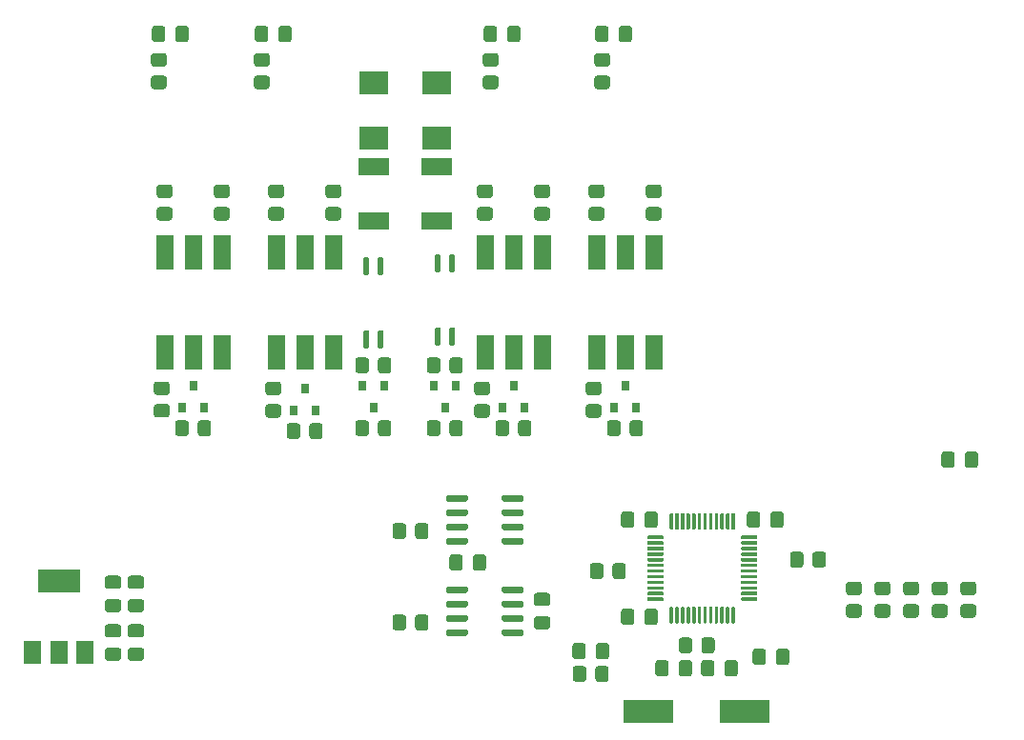
<source format=gbr>
%TF.GenerationSoftware,KiCad,Pcbnew,5.1.10-88a1d61d58~90~ubuntu20.04.1*%
%TF.CreationDate,2021-10-13T16:19:26+02:00*%
%TF.ProjectId,XT_V1,58545f56-312e-46b6-9963-61645f706362,rev?*%
%TF.SameCoordinates,Original*%
%TF.FileFunction,Paste,Top*%
%TF.FilePolarity,Positive*%
%FSLAX46Y46*%
G04 Gerber Fmt 4.6, Leading zero omitted, Abs format (unit mm)*
G04 Created by KiCad (PCBNEW 5.1.10-88a1d61d58~90~ubuntu20.04.1) date 2021-10-13 16:19:26*
%MOMM*%
%LPD*%
G01*
G04 APERTURE LIST*
%ADD10R,2.600000X2.100000*%
%ADD11R,1.600000X3.100000*%
%ADD12R,0.800000X0.900000*%
%ADD13R,2.700000X1.500000*%
%ADD14R,4.500000X2.000000*%
%ADD15R,1.500000X2.000000*%
%ADD16R,3.800000X2.000000*%
G04 APERTURE END LIST*
D10*
%TO.C,R34*%
X137414000Y-81608000D03*
X137414000Y-76708000D03*
%TD*%
%TO.C,R33*%
X131826000Y-81608000D03*
X131826000Y-76708000D03*
%TD*%
D11*
%TO.C,U10*%
X151638000Y-91821000D03*
X156718000Y-100711000D03*
X154178000Y-91821000D03*
X154178000Y-100711000D03*
X156718000Y-91821000D03*
X151638000Y-100711000D03*
%TD*%
%TO.C,U9*%
X141732000Y-91821000D03*
X146812000Y-100711000D03*
X144272000Y-91821000D03*
X144272000Y-100711000D03*
X146812000Y-91821000D03*
X141732000Y-100711000D03*
%TD*%
%TO.C,U8*%
G36*
G01*
X138673500Y-98462000D02*
X138948500Y-98462000D01*
G75*
G02*
X139086000Y-98599500I0J-137500D01*
G01*
X139086000Y-99924500D01*
G75*
G02*
X138948500Y-100062000I-137500J0D01*
G01*
X138673500Y-100062000D01*
G75*
G02*
X138536000Y-99924500I0J137500D01*
G01*
X138536000Y-98599500D01*
G75*
G02*
X138673500Y-98462000I137500J0D01*
G01*
G37*
G36*
G01*
X137403500Y-98462000D02*
X137678500Y-98462000D01*
G75*
G02*
X137816000Y-98599500I0J-137500D01*
G01*
X137816000Y-99924500D01*
G75*
G02*
X137678500Y-100062000I-137500J0D01*
G01*
X137403500Y-100062000D01*
G75*
G02*
X137266000Y-99924500I0J137500D01*
G01*
X137266000Y-98599500D01*
G75*
G02*
X137403500Y-98462000I137500J0D01*
G01*
G37*
G36*
G01*
X137403500Y-91962000D02*
X137678500Y-91962000D01*
G75*
G02*
X137816000Y-92099500I0J-137500D01*
G01*
X137816000Y-93424500D01*
G75*
G02*
X137678500Y-93562000I-137500J0D01*
G01*
X137403500Y-93562000D01*
G75*
G02*
X137266000Y-93424500I0J137500D01*
G01*
X137266000Y-92099500D01*
G75*
G02*
X137403500Y-91962000I137500J0D01*
G01*
G37*
G36*
G01*
X138673500Y-91962000D02*
X138948500Y-91962000D01*
G75*
G02*
X139086000Y-92099500I0J-137500D01*
G01*
X139086000Y-93424500D01*
G75*
G02*
X138948500Y-93562000I-137500J0D01*
G01*
X138673500Y-93562000D01*
G75*
G02*
X138536000Y-93424500I0J137500D01*
G01*
X138536000Y-92099500D01*
G75*
G02*
X138673500Y-91962000I137500J0D01*
G01*
G37*
%TD*%
%TO.C,U7*%
X123190000Y-91821000D03*
X128270000Y-100711000D03*
X125730000Y-91821000D03*
X125730000Y-100711000D03*
X128270000Y-91821000D03*
X123190000Y-100711000D03*
%TD*%
%TO.C,U6*%
G36*
G01*
X132323500Y-98716000D02*
X132598500Y-98716000D01*
G75*
G02*
X132736000Y-98853500I0J-137500D01*
G01*
X132736000Y-100178500D01*
G75*
G02*
X132598500Y-100316000I-137500J0D01*
G01*
X132323500Y-100316000D01*
G75*
G02*
X132186000Y-100178500I0J137500D01*
G01*
X132186000Y-98853500D01*
G75*
G02*
X132323500Y-98716000I137500J0D01*
G01*
G37*
G36*
G01*
X131053500Y-98716000D02*
X131328500Y-98716000D01*
G75*
G02*
X131466000Y-98853500I0J-137500D01*
G01*
X131466000Y-100178500D01*
G75*
G02*
X131328500Y-100316000I-137500J0D01*
G01*
X131053500Y-100316000D01*
G75*
G02*
X130916000Y-100178500I0J137500D01*
G01*
X130916000Y-98853500D01*
G75*
G02*
X131053500Y-98716000I137500J0D01*
G01*
G37*
G36*
G01*
X131053500Y-92216000D02*
X131328500Y-92216000D01*
G75*
G02*
X131466000Y-92353500I0J-137500D01*
G01*
X131466000Y-93678500D01*
G75*
G02*
X131328500Y-93816000I-137500J0D01*
G01*
X131053500Y-93816000D01*
G75*
G02*
X130916000Y-93678500I0J137500D01*
G01*
X130916000Y-92353500D01*
G75*
G02*
X131053500Y-92216000I137500J0D01*
G01*
G37*
G36*
G01*
X132323500Y-92216000D02*
X132598500Y-92216000D01*
G75*
G02*
X132736000Y-92353500I0J-137500D01*
G01*
X132736000Y-93678500D01*
G75*
G02*
X132598500Y-93816000I-137500J0D01*
G01*
X132323500Y-93816000D01*
G75*
G02*
X132186000Y-93678500I0J137500D01*
G01*
X132186000Y-92353500D01*
G75*
G02*
X132323500Y-92216000I137500J0D01*
G01*
G37*
%TD*%
%TO.C,U5*%
X113284000Y-91821000D03*
X118364000Y-100711000D03*
X115824000Y-91821000D03*
X115824000Y-100711000D03*
X118364000Y-91821000D03*
X113284000Y-100711000D03*
%TD*%
%TO.C,R37*%
G36*
G01*
X152596001Y-75292000D02*
X151695999Y-75292000D01*
G75*
G02*
X151446000Y-75042001I0J249999D01*
G01*
X151446000Y-74341999D01*
G75*
G02*
X151695999Y-74092000I249999J0D01*
G01*
X152596001Y-74092000D01*
G75*
G02*
X152846000Y-74341999I0J-249999D01*
G01*
X152846000Y-75042001D01*
G75*
G02*
X152596001Y-75292000I-249999J0D01*
G01*
G37*
G36*
G01*
X152596001Y-77292000D02*
X151695999Y-77292000D01*
G75*
G02*
X151446000Y-77042001I0J249999D01*
G01*
X151446000Y-76341999D01*
G75*
G02*
X151695999Y-76092000I249999J0D01*
G01*
X152596001Y-76092000D01*
G75*
G02*
X152846000Y-76341999I0J-249999D01*
G01*
X152846000Y-77042001D01*
G75*
G02*
X152596001Y-77292000I-249999J0D01*
G01*
G37*
%TD*%
%TO.C,R36*%
G36*
G01*
X142690001Y-75292000D02*
X141789999Y-75292000D01*
G75*
G02*
X141540000Y-75042001I0J249999D01*
G01*
X141540000Y-74341999D01*
G75*
G02*
X141789999Y-74092000I249999J0D01*
G01*
X142690001Y-74092000D01*
G75*
G02*
X142940000Y-74341999I0J-249999D01*
G01*
X142940000Y-75042001D01*
G75*
G02*
X142690001Y-75292000I-249999J0D01*
G01*
G37*
G36*
G01*
X142690001Y-77292000D02*
X141789999Y-77292000D01*
G75*
G02*
X141540000Y-77042001I0J249999D01*
G01*
X141540000Y-76341999D01*
G75*
G02*
X141789999Y-76092000I249999J0D01*
G01*
X142690001Y-76092000D01*
G75*
G02*
X142940000Y-76341999I0J-249999D01*
G01*
X142940000Y-77042001D01*
G75*
G02*
X142690001Y-77292000I-249999J0D01*
G01*
G37*
%TD*%
%TO.C,R35*%
G36*
G01*
X122370001Y-75292000D02*
X121469999Y-75292000D01*
G75*
G02*
X121220000Y-75042001I0J249999D01*
G01*
X121220000Y-74341999D01*
G75*
G02*
X121469999Y-74092000I249999J0D01*
G01*
X122370001Y-74092000D01*
G75*
G02*
X122620000Y-74341999I0J-249999D01*
G01*
X122620000Y-75042001D01*
G75*
G02*
X122370001Y-75292000I-249999J0D01*
G01*
G37*
G36*
G01*
X122370001Y-77292000D02*
X121469999Y-77292000D01*
G75*
G02*
X121220000Y-77042001I0J249999D01*
G01*
X121220000Y-76341999D01*
G75*
G02*
X121469999Y-76092000I249999J0D01*
G01*
X122370001Y-76092000D01*
G75*
G02*
X122620000Y-76341999I0J-249999D01*
G01*
X122620000Y-77042001D01*
G75*
G02*
X122370001Y-77292000I-249999J0D01*
G01*
G37*
%TD*%
%TO.C,R32*%
G36*
G01*
X156267999Y-87776000D02*
X157168001Y-87776000D01*
G75*
G02*
X157418000Y-88025999I0J-249999D01*
G01*
X157418000Y-88726001D01*
G75*
G02*
X157168001Y-88976000I-249999J0D01*
G01*
X156267999Y-88976000D01*
G75*
G02*
X156018000Y-88726001I0J249999D01*
G01*
X156018000Y-88025999D01*
G75*
G02*
X156267999Y-87776000I249999J0D01*
G01*
G37*
G36*
G01*
X156267999Y-85776000D02*
X157168001Y-85776000D01*
G75*
G02*
X157418000Y-86025999I0J-249999D01*
G01*
X157418000Y-86726001D01*
G75*
G02*
X157168001Y-86976000I-249999J0D01*
G01*
X156267999Y-86976000D01*
G75*
G02*
X156018000Y-86726001I0J249999D01*
G01*
X156018000Y-86025999D01*
G75*
G02*
X156267999Y-85776000I249999J0D01*
G01*
G37*
%TD*%
%TO.C,R31*%
G36*
G01*
X146361999Y-87776000D02*
X147262001Y-87776000D01*
G75*
G02*
X147512000Y-88025999I0J-249999D01*
G01*
X147512000Y-88726001D01*
G75*
G02*
X147262001Y-88976000I-249999J0D01*
G01*
X146361999Y-88976000D01*
G75*
G02*
X146112000Y-88726001I0J249999D01*
G01*
X146112000Y-88025999D01*
G75*
G02*
X146361999Y-87776000I249999J0D01*
G01*
G37*
G36*
G01*
X146361999Y-85776000D02*
X147262001Y-85776000D01*
G75*
G02*
X147512000Y-86025999I0J-249999D01*
G01*
X147512000Y-86726001D01*
G75*
G02*
X147262001Y-86976000I-249999J0D01*
G01*
X146361999Y-86976000D01*
G75*
G02*
X146112000Y-86726001I0J249999D01*
G01*
X146112000Y-86025999D01*
G75*
G02*
X146361999Y-85776000I249999J0D01*
G01*
G37*
%TD*%
%TO.C,R30*%
G36*
G01*
X127819999Y-87776000D02*
X128720001Y-87776000D01*
G75*
G02*
X128970000Y-88025999I0J-249999D01*
G01*
X128970000Y-88726001D01*
G75*
G02*
X128720001Y-88976000I-249999J0D01*
G01*
X127819999Y-88976000D01*
G75*
G02*
X127570000Y-88726001I0J249999D01*
G01*
X127570000Y-88025999D01*
G75*
G02*
X127819999Y-87776000I249999J0D01*
G01*
G37*
G36*
G01*
X127819999Y-85776000D02*
X128720001Y-85776000D01*
G75*
G02*
X128970000Y-86025999I0J-249999D01*
G01*
X128970000Y-86726001D01*
G75*
G02*
X128720001Y-86976000I-249999J0D01*
G01*
X127819999Y-86976000D01*
G75*
G02*
X127570000Y-86726001I0J249999D01*
G01*
X127570000Y-86025999D01*
G75*
G02*
X127819999Y-85776000I249999J0D01*
G01*
G37*
%TD*%
%TO.C,R29*%
G36*
G01*
X113226001Y-75292000D02*
X112325999Y-75292000D01*
G75*
G02*
X112076000Y-75042001I0J249999D01*
G01*
X112076000Y-74341999D01*
G75*
G02*
X112325999Y-74092000I249999J0D01*
G01*
X113226001Y-74092000D01*
G75*
G02*
X113476000Y-74341999I0J-249999D01*
G01*
X113476000Y-75042001D01*
G75*
G02*
X113226001Y-75292000I-249999J0D01*
G01*
G37*
G36*
G01*
X113226001Y-77292000D02*
X112325999Y-77292000D01*
G75*
G02*
X112076000Y-77042001I0J249999D01*
G01*
X112076000Y-76341999D01*
G75*
G02*
X112325999Y-76092000I249999J0D01*
G01*
X113226001Y-76092000D01*
G75*
G02*
X113476000Y-76341999I0J-249999D01*
G01*
X113476000Y-77042001D01*
G75*
G02*
X113226001Y-77292000I-249999J0D01*
G01*
G37*
%TD*%
%TO.C,R28*%
G36*
G01*
X151187999Y-87776000D02*
X152088001Y-87776000D01*
G75*
G02*
X152338000Y-88025999I0J-249999D01*
G01*
X152338000Y-88726001D01*
G75*
G02*
X152088001Y-88976000I-249999J0D01*
G01*
X151187999Y-88976000D01*
G75*
G02*
X150938000Y-88726001I0J249999D01*
G01*
X150938000Y-88025999D01*
G75*
G02*
X151187999Y-87776000I249999J0D01*
G01*
G37*
G36*
G01*
X151187999Y-85776000D02*
X152088001Y-85776000D01*
G75*
G02*
X152338000Y-86025999I0J-249999D01*
G01*
X152338000Y-86726001D01*
G75*
G02*
X152088001Y-86976000I-249999J0D01*
G01*
X151187999Y-86976000D01*
G75*
G02*
X150938000Y-86726001I0J249999D01*
G01*
X150938000Y-86025999D01*
G75*
G02*
X151187999Y-85776000I249999J0D01*
G01*
G37*
%TD*%
%TO.C,R27*%
G36*
G01*
X141281999Y-87776000D02*
X142182001Y-87776000D01*
G75*
G02*
X142432000Y-88025999I0J-249999D01*
G01*
X142432000Y-88726001D01*
G75*
G02*
X142182001Y-88976000I-249999J0D01*
G01*
X141281999Y-88976000D01*
G75*
G02*
X141032000Y-88726001I0J249999D01*
G01*
X141032000Y-88025999D01*
G75*
G02*
X141281999Y-87776000I249999J0D01*
G01*
G37*
G36*
G01*
X141281999Y-85776000D02*
X142182001Y-85776000D01*
G75*
G02*
X142432000Y-86025999I0J-249999D01*
G01*
X142432000Y-86726001D01*
G75*
G02*
X142182001Y-86976000I-249999J0D01*
G01*
X141281999Y-86976000D01*
G75*
G02*
X141032000Y-86726001I0J249999D01*
G01*
X141032000Y-86025999D01*
G75*
G02*
X141281999Y-85776000I249999J0D01*
G01*
G37*
%TD*%
%TO.C,R26*%
G36*
G01*
X122739999Y-87776000D02*
X123640001Y-87776000D01*
G75*
G02*
X123890000Y-88025999I0J-249999D01*
G01*
X123890000Y-88726001D01*
G75*
G02*
X123640001Y-88976000I-249999J0D01*
G01*
X122739999Y-88976000D01*
G75*
G02*
X122490000Y-88726001I0J249999D01*
G01*
X122490000Y-88025999D01*
G75*
G02*
X122739999Y-87776000I249999J0D01*
G01*
G37*
G36*
G01*
X122739999Y-85776000D02*
X123640001Y-85776000D01*
G75*
G02*
X123890000Y-86025999I0J-249999D01*
G01*
X123890000Y-86726001D01*
G75*
G02*
X123640001Y-86976000I-249999J0D01*
G01*
X122739999Y-86976000D01*
G75*
G02*
X122490000Y-86726001I0J249999D01*
G01*
X122490000Y-86025999D01*
G75*
G02*
X122739999Y-85776000I249999J0D01*
G01*
G37*
%TD*%
%TO.C,R25*%
G36*
G01*
X117913999Y-87776000D02*
X118814001Y-87776000D01*
G75*
G02*
X119064000Y-88025999I0J-249999D01*
G01*
X119064000Y-88726001D01*
G75*
G02*
X118814001Y-88976000I-249999J0D01*
G01*
X117913999Y-88976000D01*
G75*
G02*
X117664000Y-88726001I0J249999D01*
G01*
X117664000Y-88025999D01*
G75*
G02*
X117913999Y-87776000I249999J0D01*
G01*
G37*
G36*
G01*
X117913999Y-85776000D02*
X118814001Y-85776000D01*
G75*
G02*
X119064000Y-86025999I0J-249999D01*
G01*
X119064000Y-86726001D01*
G75*
G02*
X118814001Y-86976000I-249999J0D01*
G01*
X117913999Y-86976000D01*
G75*
G02*
X117664000Y-86726001I0J249999D01*
G01*
X117664000Y-86025999D01*
G75*
G02*
X117913999Y-85776000I249999J0D01*
G01*
G37*
%TD*%
%TO.C,R24*%
G36*
G01*
X138576000Y-102304001D02*
X138576000Y-101403999D01*
G75*
G02*
X138825999Y-101154000I249999J0D01*
G01*
X139526001Y-101154000D01*
G75*
G02*
X139776000Y-101403999I0J-249999D01*
G01*
X139776000Y-102304001D01*
G75*
G02*
X139526001Y-102554000I-249999J0D01*
G01*
X138825999Y-102554000D01*
G75*
G02*
X138576000Y-102304001I0J249999D01*
G01*
G37*
G36*
G01*
X136576000Y-102304001D02*
X136576000Y-101403999D01*
G75*
G02*
X136825999Y-101154000I249999J0D01*
G01*
X137526001Y-101154000D01*
G75*
G02*
X137776000Y-101403999I0J-249999D01*
G01*
X137776000Y-102304001D01*
G75*
G02*
X137526001Y-102554000I-249999J0D01*
G01*
X136825999Y-102554000D01*
G75*
G02*
X136576000Y-102304001I0J249999D01*
G01*
G37*
%TD*%
%TO.C,R23*%
G36*
G01*
X132226000Y-102304001D02*
X132226000Y-101403999D01*
G75*
G02*
X132475999Y-101154000I249999J0D01*
G01*
X133176001Y-101154000D01*
G75*
G02*
X133426000Y-101403999I0J-249999D01*
G01*
X133426000Y-102304001D01*
G75*
G02*
X133176001Y-102554000I-249999J0D01*
G01*
X132475999Y-102554000D01*
G75*
G02*
X132226000Y-102304001I0J249999D01*
G01*
G37*
G36*
G01*
X130226000Y-102304001D02*
X130226000Y-101403999D01*
G75*
G02*
X130475999Y-101154000I249999J0D01*
G01*
X131176001Y-101154000D01*
G75*
G02*
X131426000Y-101403999I0J-249999D01*
G01*
X131426000Y-102304001D01*
G75*
G02*
X131176001Y-102554000I-249999J0D01*
G01*
X130475999Y-102554000D01*
G75*
G02*
X130226000Y-102304001I0J249999D01*
G01*
G37*
%TD*%
%TO.C,R22*%
G36*
G01*
X150933999Y-105302000D02*
X151834001Y-105302000D01*
G75*
G02*
X152084000Y-105551999I0J-249999D01*
G01*
X152084000Y-106252001D01*
G75*
G02*
X151834001Y-106502000I-249999J0D01*
G01*
X150933999Y-106502000D01*
G75*
G02*
X150684000Y-106252001I0J249999D01*
G01*
X150684000Y-105551999D01*
G75*
G02*
X150933999Y-105302000I249999J0D01*
G01*
G37*
G36*
G01*
X150933999Y-103302000D02*
X151834001Y-103302000D01*
G75*
G02*
X152084000Y-103551999I0J-249999D01*
G01*
X152084000Y-104252001D01*
G75*
G02*
X151834001Y-104502000I-249999J0D01*
G01*
X150933999Y-104502000D01*
G75*
G02*
X150684000Y-104252001I0J249999D01*
G01*
X150684000Y-103551999D01*
G75*
G02*
X150933999Y-103302000I249999J0D01*
G01*
G37*
%TD*%
%TO.C,R21*%
G36*
G01*
X112833999Y-87776000D02*
X113734001Y-87776000D01*
G75*
G02*
X113984000Y-88025999I0J-249999D01*
G01*
X113984000Y-88726001D01*
G75*
G02*
X113734001Y-88976000I-249999J0D01*
G01*
X112833999Y-88976000D01*
G75*
G02*
X112584000Y-88726001I0J249999D01*
G01*
X112584000Y-88025999D01*
G75*
G02*
X112833999Y-87776000I249999J0D01*
G01*
G37*
G36*
G01*
X112833999Y-85776000D02*
X113734001Y-85776000D01*
G75*
G02*
X113984000Y-86025999I0J-249999D01*
G01*
X113984000Y-86726001D01*
G75*
G02*
X113734001Y-86976000I-249999J0D01*
G01*
X112833999Y-86976000D01*
G75*
G02*
X112584000Y-86726001I0J249999D01*
G01*
X112584000Y-86025999D01*
G75*
G02*
X112833999Y-85776000I249999J0D01*
G01*
G37*
%TD*%
%TO.C,R20*%
G36*
G01*
X141027999Y-105302000D02*
X141928001Y-105302000D01*
G75*
G02*
X142178000Y-105551999I0J-249999D01*
G01*
X142178000Y-106252001D01*
G75*
G02*
X141928001Y-106502000I-249999J0D01*
G01*
X141027999Y-106502000D01*
G75*
G02*
X140778000Y-106252001I0J249999D01*
G01*
X140778000Y-105551999D01*
G75*
G02*
X141027999Y-105302000I249999J0D01*
G01*
G37*
G36*
G01*
X141027999Y-103302000D02*
X141928001Y-103302000D01*
G75*
G02*
X142178000Y-103551999I0J-249999D01*
G01*
X142178000Y-104252001D01*
G75*
G02*
X141928001Y-104502000I-249999J0D01*
G01*
X141027999Y-104502000D01*
G75*
G02*
X140778000Y-104252001I0J249999D01*
G01*
X140778000Y-103551999D01*
G75*
G02*
X141027999Y-103302000I249999J0D01*
G01*
G37*
%TD*%
%TO.C,R19*%
G36*
G01*
X122485999Y-105302000D02*
X123386001Y-105302000D01*
G75*
G02*
X123636000Y-105551999I0J-249999D01*
G01*
X123636000Y-106252001D01*
G75*
G02*
X123386001Y-106502000I-249999J0D01*
G01*
X122485999Y-106502000D01*
G75*
G02*
X122236000Y-106252001I0J249999D01*
G01*
X122236000Y-105551999D01*
G75*
G02*
X122485999Y-105302000I249999J0D01*
G01*
G37*
G36*
G01*
X122485999Y-103302000D02*
X123386001Y-103302000D01*
G75*
G02*
X123636000Y-103551999I0J-249999D01*
G01*
X123636000Y-104252001D01*
G75*
G02*
X123386001Y-104502000I-249999J0D01*
G01*
X122485999Y-104502000D01*
G75*
G02*
X122236000Y-104252001I0J249999D01*
G01*
X122236000Y-103551999D01*
G75*
G02*
X122485999Y-103302000I249999J0D01*
G01*
G37*
%TD*%
%TO.C,R18*%
G36*
G01*
X154578000Y-107892001D02*
X154578000Y-106991999D01*
G75*
G02*
X154827999Y-106742000I249999J0D01*
G01*
X155528001Y-106742000D01*
G75*
G02*
X155778000Y-106991999I0J-249999D01*
G01*
X155778000Y-107892001D01*
G75*
G02*
X155528001Y-108142000I-249999J0D01*
G01*
X154827999Y-108142000D01*
G75*
G02*
X154578000Y-107892001I0J249999D01*
G01*
G37*
G36*
G01*
X152578000Y-107892001D02*
X152578000Y-106991999D01*
G75*
G02*
X152827999Y-106742000I249999J0D01*
G01*
X153528001Y-106742000D01*
G75*
G02*
X153778000Y-106991999I0J-249999D01*
G01*
X153778000Y-107892001D01*
G75*
G02*
X153528001Y-108142000I-249999J0D01*
G01*
X152827999Y-108142000D01*
G75*
G02*
X152578000Y-107892001I0J249999D01*
G01*
G37*
%TD*%
%TO.C,R17*%
G36*
G01*
X144672000Y-107892001D02*
X144672000Y-106991999D01*
G75*
G02*
X144921999Y-106742000I249999J0D01*
G01*
X145622001Y-106742000D01*
G75*
G02*
X145872000Y-106991999I0J-249999D01*
G01*
X145872000Y-107892001D01*
G75*
G02*
X145622001Y-108142000I-249999J0D01*
G01*
X144921999Y-108142000D01*
G75*
G02*
X144672000Y-107892001I0J249999D01*
G01*
G37*
G36*
G01*
X142672000Y-107892001D02*
X142672000Y-106991999D01*
G75*
G02*
X142921999Y-106742000I249999J0D01*
G01*
X143622001Y-106742000D01*
G75*
G02*
X143872000Y-106991999I0J-249999D01*
G01*
X143872000Y-107892001D01*
G75*
G02*
X143622001Y-108142000I-249999J0D01*
G01*
X142921999Y-108142000D01*
G75*
G02*
X142672000Y-107892001I0J249999D01*
G01*
G37*
%TD*%
%TO.C,R16*%
G36*
G01*
X112579999Y-105286000D02*
X113480001Y-105286000D01*
G75*
G02*
X113730000Y-105535999I0J-249999D01*
G01*
X113730000Y-106236001D01*
G75*
G02*
X113480001Y-106486000I-249999J0D01*
G01*
X112579999Y-106486000D01*
G75*
G02*
X112330000Y-106236001I0J249999D01*
G01*
X112330000Y-105535999D01*
G75*
G02*
X112579999Y-105286000I249999J0D01*
G01*
G37*
G36*
G01*
X112579999Y-103286000D02*
X113480001Y-103286000D01*
G75*
G02*
X113730000Y-103535999I0J-249999D01*
G01*
X113730000Y-104236001D01*
G75*
G02*
X113480001Y-104486000I-249999J0D01*
G01*
X112579999Y-104486000D01*
G75*
G02*
X112330000Y-104236001I0J249999D01*
G01*
X112330000Y-103535999D01*
G75*
G02*
X112579999Y-103286000I249999J0D01*
G01*
G37*
%TD*%
%TO.C,R15*%
G36*
G01*
X126130000Y-108146001D02*
X126130000Y-107245999D01*
G75*
G02*
X126379999Y-106996000I249999J0D01*
G01*
X127080001Y-106996000D01*
G75*
G02*
X127330000Y-107245999I0J-249999D01*
G01*
X127330000Y-108146001D01*
G75*
G02*
X127080001Y-108396000I-249999J0D01*
G01*
X126379999Y-108396000D01*
G75*
G02*
X126130000Y-108146001I0J249999D01*
G01*
G37*
G36*
G01*
X124130000Y-108146001D02*
X124130000Y-107245999D01*
G75*
G02*
X124379999Y-106996000I249999J0D01*
G01*
X125080001Y-106996000D01*
G75*
G02*
X125330000Y-107245999I0J-249999D01*
G01*
X125330000Y-108146001D01*
G75*
G02*
X125080001Y-108396000I-249999J0D01*
G01*
X124379999Y-108396000D01*
G75*
G02*
X124130000Y-108146001I0J249999D01*
G01*
G37*
%TD*%
%TO.C,R14*%
G36*
G01*
X138576000Y-107892001D02*
X138576000Y-106991999D01*
G75*
G02*
X138825999Y-106742000I249999J0D01*
G01*
X139526001Y-106742000D01*
G75*
G02*
X139776000Y-106991999I0J-249999D01*
G01*
X139776000Y-107892001D01*
G75*
G02*
X139526001Y-108142000I-249999J0D01*
G01*
X138825999Y-108142000D01*
G75*
G02*
X138576000Y-107892001I0J249999D01*
G01*
G37*
G36*
G01*
X136576000Y-107892001D02*
X136576000Y-106991999D01*
G75*
G02*
X136825999Y-106742000I249999J0D01*
G01*
X137526001Y-106742000D01*
G75*
G02*
X137776000Y-106991999I0J-249999D01*
G01*
X137776000Y-107892001D01*
G75*
G02*
X137526001Y-108142000I-249999J0D01*
G01*
X136825999Y-108142000D01*
G75*
G02*
X136576000Y-107892001I0J249999D01*
G01*
G37*
%TD*%
%TO.C,R13*%
G36*
G01*
X132226000Y-107892001D02*
X132226000Y-106991999D01*
G75*
G02*
X132475999Y-106742000I249999J0D01*
G01*
X133176001Y-106742000D01*
G75*
G02*
X133426000Y-106991999I0J-249999D01*
G01*
X133426000Y-107892001D01*
G75*
G02*
X133176001Y-108142000I-249999J0D01*
G01*
X132475999Y-108142000D01*
G75*
G02*
X132226000Y-107892001I0J249999D01*
G01*
G37*
G36*
G01*
X130226000Y-107892001D02*
X130226000Y-106991999D01*
G75*
G02*
X130475999Y-106742000I249999J0D01*
G01*
X131176001Y-106742000D01*
G75*
G02*
X131426000Y-106991999I0J-249999D01*
G01*
X131426000Y-107892001D01*
G75*
G02*
X131176001Y-108142000I-249999J0D01*
G01*
X130475999Y-108142000D01*
G75*
G02*
X130226000Y-107892001I0J249999D01*
G01*
G37*
%TD*%
%TO.C,R12*%
G36*
G01*
X116224000Y-107892001D02*
X116224000Y-106991999D01*
G75*
G02*
X116473999Y-106742000I249999J0D01*
G01*
X117174001Y-106742000D01*
G75*
G02*
X117424000Y-106991999I0J-249999D01*
G01*
X117424000Y-107892001D01*
G75*
G02*
X117174001Y-108142000I-249999J0D01*
G01*
X116473999Y-108142000D01*
G75*
G02*
X116224000Y-107892001I0J249999D01*
G01*
G37*
G36*
G01*
X114224000Y-107892001D02*
X114224000Y-106991999D01*
G75*
G02*
X114473999Y-106742000I249999J0D01*
G01*
X115174001Y-106742000D01*
G75*
G02*
X115424000Y-106991999I0J-249999D01*
G01*
X115424000Y-107892001D01*
G75*
G02*
X115174001Y-108142000I-249999J0D01*
G01*
X114473999Y-108142000D01*
G75*
G02*
X114224000Y-107892001I0J249999D01*
G01*
G37*
%TD*%
D12*
%TO.C,Q7*%
X154178000Y-103648000D03*
X155128000Y-105648000D03*
X153228000Y-105648000D03*
%TD*%
%TO.C,Q5*%
X144272000Y-103648000D03*
X145222000Y-105648000D03*
X143322000Y-105648000D03*
%TD*%
%TO.C,Q4*%
X125730000Y-103902000D03*
X126680000Y-105902000D03*
X124780000Y-105902000D03*
%TD*%
%TO.C,Q3*%
X138176000Y-105648000D03*
X137226000Y-103648000D03*
X139126000Y-103648000D03*
%TD*%
%TO.C,Q2*%
X131826000Y-105648000D03*
X130876000Y-103648000D03*
X132776000Y-103648000D03*
%TD*%
%TO.C,Q1*%
X115824000Y-103648000D03*
X116774000Y-105648000D03*
X114874000Y-105648000D03*
%TD*%
D13*
%TO.C,D2*%
X137414000Y-89014000D03*
X137414000Y-84214000D03*
%TD*%
%TO.C,D1*%
X131826000Y-89014000D03*
X131826000Y-84214000D03*
%TD*%
%TO.C,C18*%
G36*
G01*
X153612000Y-72865000D02*
X153612000Y-71915000D01*
G75*
G02*
X153862000Y-71665000I250000J0D01*
G01*
X154537000Y-71665000D01*
G75*
G02*
X154787000Y-71915000I0J-250000D01*
G01*
X154787000Y-72865000D01*
G75*
G02*
X154537000Y-73115000I-250000J0D01*
G01*
X153862000Y-73115000D01*
G75*
G02*
X153612000Y-72865000I0J250000D01*
G01*
G37*
G36*
G01*
X151537000Y-72865000D02*
X151537000Y-71915000D01*
G75*
G02*
X151787000Y-71665000I250000J0D01*
G01*
X152462000Y-71665000D01*
G75*
G02*
X152712000Y-71915000I0J-250000D01*
G01*
X152712000Y-72865000D01*
G75*
G02*
X152462000Y-73115000I-250000J0D01*
G01*
X151787000Y-73115000D01*
G75*
G02*
X151537000Y-72865000I0J250000D01*
G01*
G37*
%TD*%
%TO.C,C17*%
G36*
G01*
X143706000Y-72865000D02*
X143706000Y-71915000D01*
G75*
G02*
X143956000Y-71665000I250000J0D01*
G01*
X144631000Y-71665000D01*
G75*
G02*
X144881000Y-71915000I0J-250000D01*
G01*
X144881000Y-72865000D01*
G75*
G02*
X144631000Y-73115000I-250000J0D01*
G01*
X143956000Y-73115000D01*
G75*
G02*
X143706000Y-72865000I0J250000D01*
G01*
G37*
G36*
G01*
X141631000Y-72865000D02*
X141631000Y-71915000D01*
G75*
G02*
X141881000Y-71665000I250000J0D01*
G01*
X142556000Y-71665000D01*
G75*
G02*
X142806000Y-71915000I0J-250000D01*
G01*
X142806000Y-72865000D01*
G75*
G02*
X142556000Y-73115000I-250000J0D01*
G01*
X141881000Y-73115000D01*
G75*
G02*
X141631000Y-72865000I0J250000D01*
G01*
G37*
%TD*%
%TO.C,C16*%
G36*
G01*
X114242000Y-72865000D02*
X114242000Y-71915000D01*
G75*
G02*
X114492000Y-71665000I250000J0D01*
G01*
X115167000Y-71665000D01*
G75*
G02*
X115417000Y-71915000I0J-250000D01*
G01*
X115417000Y-72865000D01*
G75*
G02*
X115167000Y-73115000I-250000J0D01*
G01*
X114492000Y-73115000D01*
G75*
G02*
X114242000Y-72865000I0J250000D01*
G01*
G37*
G36*
G01*
X112167000Y-72865000D02*
X112167000Y-71915000D01*
G75*
G02*
X112417000Y-71665000I250000J0D01*
G01*
X113092000Y-71665000D01*
G75*
G02*
X113342000Y-71915000I0J-250000D01*
G01*
X113342000Y-72865000D01*
G75*
G02*
X113092000Y-73115000I-250000J0D01*
G01*
X112417000Y-73115000D01*
G75*
G02*
X112167000Y-72865000I0J250000D01*
G01*
G37*
%TD*%
%TO.C,C15*%
G36*
G01*
X123386000Y-72865000D02*
X123386000Y-71915000D01*
G75*
G02*
X123636000Y-71665000I250000J0D01*
G01*
X124311000Y-71665000D01*
G75*
G02*
X124561000Y-71915000I0J-250000D01*
G01*
X124561000Y-72865000D01*
G75*
G02*
X124311000Y-73115000I-250000J0D01*
G01*
X123636000Y-73115000D01*
G75*
G02*
X123386000Y-72865000I0J250000D01*
G01*
G37*
G36*
G01*
X121311000Y-72865000D02*
X121311000Y-71915000D01*
G75*
G02*
X121561000Y-71665000I250000J0D01*
G01*
X122236000Y-71665000D01*
G75*
G02*
X122486000Y-71915000I0J-250000D01*
G01*
X122486000Y-72865000D01*
G75*
G02*
X122236000Y-73115000I-250000J0D01*
G01*
X121561000Y-73115000D01*
G75*
G02*
X121311000Y-72865000I0J250000D01*
G01*
G37*
%TD*%
D14*
%TO.C,Y1*%
X164778000Y-132588000D03*
X156278000Y-132588000D03*
%TD*%
D15*
%TO.C,U4*%
X101586000Y-127356000D03*
X106186000Y-127356000D03*
X103886000Y-127356000D03*
D16*
X103886000Y-121056000D03*
%TD*%
%TO.C,U3*%
G36*
G01*
X157536000Y-122788000D02*
X156211000Y-122788000D01*
G75*
G02*
X156136000Y-122713000I0J75000D01*
G01*
X156136000Y-122563000D01*
G75*
G02*
X156211000Y-122488000I75000J0D01*
G01*
X157536000Y-122488000D01*
G75*
G02*
X157611000Y-122563000I0J-75000D01*
G01*
X157611000Y-122713000D01*
G75*
G02*
X157536000Y-122788000I-75000J0D01*
G01*
G37*
G36*
G01*
X157536000Y-122288000D02*
X156211000Y-122288000D01*
G75*
G02*
X156136000Y-122213000I0J75000D01*
G01*
X156136000Y-122063000D01*
G75*
G02*
X156211000Y-121988000I75000J0D01*
G01*
X157536000Y-121988000D01*
G75*
G02*
X157611000Y-122063000I0J-75000D01*
G01*
X157611000Y-122213000D01*
G75*
G02*
X157536000Y-122288000I-75000J0D01*
G01*
G37*
G36*
G01*
X157536000Y-121788000D02*
X156211000Y-121788000D01*
G75*
G02*
X156136000Y-121713000I0J75000D01*
G01*
X156136000Y-121563000D01*
G75*
G02*
X156211000Y-121488000I75000J0D01*
G01*
X157536000Y-121488000D01*
G75*
G02*
X157611000Y-121563000I0J-75000D01*
G01*
X157611000Y-121713000D01*
G75*
G02*
X157536000Y-121788000I-75000J0D01*
G01*
G37*
G36*
G01*
X157536000Y-121288000D02*
X156211000Y-121288000D01*
G75*
G02*
X156136000Y-121213000I0J75000D01*
G01*
X156136000Y-121063000D01*
G75*
G02*
X156211000Y-120988000I75000J0D01*
G01*
X157536000Y-120988000D01*
G75*
G02*
X157611000Y-121063000I0J-75000D01*
G01*
X157611000Y-121213000D01*
G75*
G02*
X157536000Y-121288000I-75000J0D01*
G01*
G37*
G36*
G01*
X157536000Y-120788000D02*
X156211000Y-120788000D01*
G75*
G02*
X156136000Y-120713000I0J75000D01*
G01*
X156136000Y-120563000D01*
G75*
G02*
X156211000Y-120488000I75000J0D01*
G01*
X157536000Y-120488000D01*
G75*
G02*
X157611000Y-120563000I0J-75000D01*
G01*
X157611000Y-120713000D01*
G75*
G02*
X157536000Y-120788000I-75000J0D01*
G01*
G37*
G36*
G01*
X157536000Y-120288000D02*
X156211000Y-120288000D01*
G75*
G02*
X156136000Y-120213000I0J75000D01*
G01*
X156136000Y-120063000D01*
G75*
G02*
X156211000Y-119988000I75000J0D01*
G01*
X157536000Y-119988000D01*
G75*
G02*
X157611000Y-120063000I0J-75000D01*
G01*
X157611000Y-120213000D01*
G75*
G02*
X157536000Y-120288000I-75000J0D01*
G01*
G37*
G36*
G01*
X157536000Y-119788000D02*
X156211000Y-119788000D01*
G75*
G02*
X156136000Y-119713000I0J75000D01*
G01*
X156136000Y-119563000D01*
G75*
G02*
X156211000Y-119488000I75000J0D01*
G01*
X157536000Y-119488000D01*
G75*
G02*
X157611000Y-119563000I0J-75000D01*
G01*
X157611000Y-119713000D01*
G75*
G02*
X157536000Y-119788000I-75000J0D01*
G01*
G37*
G36*
G01*
X157536000Y-119288000D02*
X156211000Y-119288000D01*
G75*
G02*
X156136000Y-119213000I0J75000D01*
G01*
X156136000Y-119063000D01*
G75*
G02*
X156211000Y-118988000I75000J0D01*
G01*
X157536000Y-118988000D01*
G75*
G02*
X157611000Y-119063000I0J-75000D01*
G01*
X157611000Y-119213000D01*
G75*
G02*
X157536000Y-119288000I-75000J0D01*
G01*
G37*
G36*
G01*
X157536000Y-118788000D02*
X156211000Y-118788000D01*
G75*
G02*
X156136000Y-118713000I0J75000D01*
G01*
X156136000Y-118563000D01*
G75*
G02*
X156211000Y-118488000I75000J0D01*
G01*
X157536000Y-118488000D01*
G75*
G02*
X157611000Y-118563000I0J-75000D01*
G01*
X157611000Y-118713000D01*
G75*
G02*
X157536000Y-118788000I-75000J0D01*
G01*
G37*
G36*
G01*
X157536000Y-118288000D02*
X156211000Y-118288000D01*
G75*
G02*
X156136000Y-118213000I0J75000D01*
G01*
X156136000Y-118063000D01*
G75*
G02*
X156211000Y-117988000I75000J0D01*
G01*
X157536000Y-117988000D01*
G75*
G02*
X157611000Y-118063000I0J-75000D01*
G01*
X157611000Y-118213000D01*
G75*
G02*
X157536000Y-118288000I-75000J0D01*
G01*
G37*
G36*
G01*
X157536000Y-117788000D02*
X156211000Y-117788000D01*
G75*
G02*
X156136000Y-117713000I0J75000D01*
G01*
X156136000Y-117563000D01*
G75*
G02*
X156211000Y-117488000I75000J0D01*
G01*
X157536000Y-117488000D01*
G75*
G02*
X157611000Y-117563000I0J-75000D01*
G01*
X157611000Y-117713000D01*
G75*
G02*
X157536000Y-117788000I-75000J0D01*
G01*
G37*
G36*
G01*
X157536000Y-117288000D02*
X156211000Y-117288000D01*
G75*
G02*
X156136000Y-117213000I0J75000D01*
G01*
X156136000Y-117063000D01*
G75*
G02*
X156211000Y-116988000I75000J0D01*
G01*
X157536000Y-116988000D01*
G75*
G02*
X157611000Y-117063000I0J-75000D01*
G01*
X157611000Y-117213000D01*
G75*
G02*
X157536000Y-117288000I-75000J0D01*
G01*
G37*
G36*
G01*
X158361000Y-116463000D02*
X158211000Y-116463000D01*
G75*
G02*
X158136000Y-116388000I0J75000D01*
G01*
X158136000Y-115063000D01*
G75*
G02*
X158211000Y-114988000I75000J0D01*
G01*
X158361000Y-114988000D01*
G75*
G02*
X158436000Y-115063000I0J-75000D01*
G01*
X158436000Y-116388000D01*
G75*
G02*
X158361000Y-116463000I-75000J0D01*
G01*
G37*
G36*
G01*
X158861000Y-116463000D02*
X158711000Y-116463000D01*
G75*
G02*
X158636000Y-116388000I0J75000D01*
G01*
X158636000Y-115063000D01*
G75*
G02*
X158711000Y-114988000I75000J0D01*
G01*
X158861000Y-114988000D01*
G75*
G02*
X158936000Y-115063000I0J-75000D01*
G01*
X158936000Y-116388000D01*
G75*
G02*
X158861000Y-116463000I-75000J0D01*
G01*
G37*
G36*
G01*
X159361000Y-116463000D02*
X159211000Y-116463000D01*
G75*
G02*
X159136000Y-116388000I0J75000D01*
G01*
X159136000Y-115063000D01*
G75*
G02*
X159211000Y-114988000I75000J0D01*
G01*
X159361000Y-114988000D01*
G75*
G02*
X159436000Y-115063000I0J-75000D01*
G01*
X159436000Y-116388000D01*
G75*
G02*
X159361000Y-116463000I-75000J0D01*
G01*
G37*
G36*
G01*
X159861000Y-116463000D02*
X159711000Y-116463000D01*
G75*
G02*
X159636000Y-116388000I0J75000D01*
G01*
X159636000Y-115063000D01*
G75*
G02*
X159711000Y-114988000I75000J0D01*
G01*
X159861000Y-114988000D01*
G75*
G02*
X159936000Y-115063000I0J-75000D01*
G01*
X159936000Y-116388000D01*
G75*
G02*
X159861000Y-116463000I-75000J0D01*
G01*
G37*
G36*
G01*
X160361000Y-116463000D02*
X160211000Y-116463000D01*
G75*
G02*
X160136000Y-116388000I0J75000D01*
G01*
X160136000Y-115063000D01*
G75*
G02*
X160211000Y-114988000I75000J0D01*
G01*
X160361000Y-114988000D01*
G75*
G02*
X160436000Y-115063000I0J-75000D01*
G01*
X160436000Y-116388000D01*
G75*
G02*
X160361000Y-116463000I-75000J0D01*
G01*
G37*
G36*
G01*
X160861000Y-116463000D02*
X160711000Y-116463000D01*
G75*
G02*
X160636000Y-116388000I0J75000D01*
G01*
X160636000Y-115063000D01*
G75*
G02*
X160711000Y-114988000I75000J0D01*
G01*
X160861000Y-114988000D01*
G75*
G02*
X160936000Y-115063000I0J-75000D01*
G01*
X160936000Y-116388000D01*
G75*
G02*
X160861000Y-116463000I-75000J0D01*
G01*
G37*
G36*
G01*
X161361000Y-116463000D02*
X161211000Y-116463000D01*
G75*
G02*
X161136000Y-116388000I0J75000D01*
G01*
X161136000Y-115063000D01*
G75*
G02*
X161211000Y-114988000I75000J0D01*
G01*
X161361000Y-114988000D01*
G75*
G02*
X161436000Y-115063000I0J-75000D01*
G01*
X161436000Y-116388000D01*
G75*
G02*
X161361000Y-116463000I-75000J0D01*
G01*
G37*
G36*
G01*
X161861000Y-116463000D02*
X161711000Y-116463000D01*
G75*
G02*
X161636000Y-116388000I0J75000D01*
G01*
X161636000Y-115063000D01*
G75*
G02*
X161711000Y-114988000I75000J0D01*
G01*
X161861000Y-114988000D01*
G75*
G02*
X161936000Y-115063000I0J-75000D01*
G01*
X161936000Y-116388000D01*
G75*
G02*
X161861000Y-116463000I-75000J0D01*
G01*
G37*
G36*
G01*
X162361000Y-116463000D02*
X162211000Y-116463000D01*
G75*
G02*
X162136000Y-116388000I0J75000D01*
G01*
X162136000Y-115063000D01*
G75*
G02*
X162211000Y-114988000I75000J0D01*
G01*
X162361000Y-114988000D01*
G75*
G02*
X162436000Y-115063000I0J-75000D01*
G01*
X162436000Y-116388000D01*
G75*
G02*
X162361000Y-116463000I-75000J0D01*
G01*
G37*
G36*
G01*
X162861000Y-116463000D02*
X162711000Y-116463000D01*
G75*
G02*
X162636000Y-116388000I0J75000D01*
G01*
X162636000Y-115063000D01*
G75*
G02*
X162711000Y-114988000I75000J0D01*
G01*
X162861000Y-114988000D01*
G75*
G02*
X162936000Y-115063000I0J-75000D01*
G01*
X162936000Y-116388000D01*
G75*
G02*
X162861000Y-116463000I-75000J0D01*
G01*
G37*
G36*
G01*
X163361000Y-116463000D02*
X163211000Y-116463000D01*
G75*
G02*
X163136000Y-116388000I0J75000D01*
G01*
X163136000Y-115063000D01*
G75*
G02*
X163211000Y-114988000I75000J0D01*
G01*
X163361000Y-114988000D01*
G75*
G02*
X163436000Y-115063000I0J-75000D01*
G01*
X163436000Y-116388000D01*
G75*
G02*
X163361000Y-116463000I-75000J0D01*
G01*
G37*
G36*
G01*
X163861000Y-116463000D02*
X163711000Y-116463000D01*
G75*
G02*
X163636000Y-116388000I0J75000D01*
G01*
X163636000Y-115063000D01*
G75*
G02*
X163711000Y-114988000I75000J0D01*
G01*
X163861000Y-114988000D01*
G75*
G02*
X163936000Y-115063000I0J-75000D01*
G01*
X163936000Y-116388000D01*
G75*
G02*
X163861000Y-116463000I-75000J0D01*
G01*
G37*
G36*
G01*
X165861000Y-117288000D02*
X164536000Y-117288000D01*
G75*
G02*
X164461000Y-117213000I0J75000D01*
G01*
X164461000Y-117063000D01*
G75*
G02*
X164536000Y-116988000I75000J0D01*
G01*
X165861000Y-116988000D01*
G75*
G02*
X165936000Y-117063000I0J-75000D01*
G01*
X165936000Y-117213000D01*
G75*
G02*
X165861000Y-117288000I-75000J0D01*
G01*
G37*
G36*
G01*
X165861000Y-117788000D02*
X164536000Y-117788000D01*
G75*
G02*
X164461000Y-117713000I0J75000D01*
G01*
X164461000Y-117563000D01*
G75*
G02*
X164536000Y-117488000I75000J0D01*
G01*
X165861000Y-117488000D01*
G75*
G02*
X165936000Y-117563000I0J-75000D01*
G01*
X165936000Y-117713000D01*
G75*
G02*
X165861000Y-117788000I-75000J0D01*
G01*
G37*
G36*
G01*
X165861000Y-118288000D02*
X164536000Y-118288000D01*
G75*
G02*
X164461000Y-118213000I0J75000D01*
G01*
X164461000Y-118063000D01*
G75*
G02*
X164536000Y-117988000I75000J0D01*
G01*
X165861000Y-117988000D01*
G75*
G02*
X165936000Y-118063000I0J-75000D01*
G01*
X165936000Y-118213000D01*
G75*
G02*
X165861000Y-118288000I-75000J0D01*
G01*
G37*
G36*
G01*
X165861000Y-118788000D02*
X164536000Y-118788000D01*
G75*
G02*
X164461000Y-118713000I0J75000D01*
G01*
X164461000Y-118563000D01*
G75*
G02*
X164536000Y-118488000I75000J0D01*
G01*
X165861000Y-118488000D01*
G75*
G02*
X165936000Y-118563000I0J-75000D01*
G01*
X165936000Y-118713000D01*
G75*
G02*
X165861000Y-118788000I-75000J0D01*
G01*
G37*
G36*
G01*
X165861000Y-119288000D02*
X164536000Y-119288000D01*
G75*
G02*
X164461000Y-119213000I0J75000D01*
G01*
X164461000Y-119063000D01*
G75*
G02*
X164536000Y-118988000I75000J0D01*
G01*
X165861000Y-118988000D01*
G75*
G02*
X165936000Y-119063000I0J-75000D01*
G01*
X165936000Y-119213000D01*
G75*
G02*
X165861000Y-119288000I-75000J0D01*
G01*
G37*
G36*
G01*
X165861000Y-119788000D02*
X164536000Y-119788000D01*
G75*
G02*
X164461000Y-119713000I0J75000D01*
G01*
X164461000Y-119563000D01*
G75*
G02*
X164536000Y-119488000I75000J0D01*
G01*
X165861000Y-119488000D01*
G75*
G02*
X165936000Y-119563000I0J-75000D01*
G01*
X165936000Y-119713000D01*
G75*
G02*
X165861000Y-119788000I-75000J0D01*
G01*
G37*
G36*
G01*
X165861000Y-120288000D02*
X164536000Y-120288000D01*
G75*
G02*
X164461000Y-120213000I0J75000D01*
G01*
X164461000Y-120063000D01*
G75*
G02*
X164536000Y-119988000I75000J0D01*
G01*
X165861000Y-119988000D01*
G75*
G02*
X165936000Y-120063000I0J-75000D01*
G01*
X165936000Y-120213000D01*
G75*
G02*
X165861000Y-120288000I-75000J0D01*
G01*
G37*
G36*
G01*
X165861000Y-120788000D02*
X164536000Y-120788000D01*
G75*
G02*
X164461000Y-120713000I0J75000D01*
G01*
X164461000Y-120563000D01*
G75*
G02*
X164536000Y-120488000I75000J0D01*
G01*
X165861000Y-120488000D01*
G75*
G02*
X165936000Y-120563000I0J-75000D01*
G01*
X165936000Y-120713000D01*
G75*
G02*
X165861000Y-120788000I-75000J0D01*
G01*
G37*
G36*
G01*
X165861000Y-121288000D02*
X164536000Y-121288000D01*
G75*
G02*
X164461000Y-121213000I0J75000D01*
G01*
X164461000Y-121063000D01*
G75*
G02*
X164536000Y-120988000I75000J0D01*
G01*
X165861000Y-120988000D01*
G75*
G02*
X165936000Y-121063000I0J-75000D01*
G01*
X165936000Y-121213000D01*
G75*
G02*
X165861000Y-121288000I-75000J0D01*
G01*
G37*
G36*
G01*
X165861000Y-121788000D02*
X164536000Y-121788000D01*
G75*
G02*
X164461000Y-121713000I0J75000D01*
G01*
X164461000Y-121563000D01*
G75*
G02*
X164536000Y-121488000I75000J0D01*
G01*
X165861000Y-121488000D01*
G75*
G02*
X165936000Y-121563000I0J-75000D01*
G01*
X165936000Y-121713000D01*
G75*
G02*
X165861000Y-121788000I-75000J0D01*
G01*
G37*
G36*
G01*
X165861000Y-122288000D02*
X164536000Y-122288000D01*
G75*
G02*
X164461000Y-122213000I0J75000D01*
G01*
X164461000Y-122063000D01*
G75*
G02*
X164536000Y-121988000I75000J0D01*
G01*
X165861000Y-121988000D01*
G75*
G02*
X165936000Y-122063000I0J-75000D01*
G01*
X165936000Y-122213000D01*
G75*
G02*
X165861000Y-122288000I-75000J0D01*
G01*
G37*
G36*
G01*
X165861000Y-122788000D02*
X164536000Y-122788000D01*
G75*
G02*
X164461000Y-122713000I0J75000D01*
G01*
X164461000Y-122563000D01*
G75*
G02*
X164536000Y-122488000I75000J0D01*
G01*
X165861000Y-122488000D01*
G75*
G02*
X165936000Y-122563000I0J-75000D01*
G01*
X165936000Y-122713000D01*
G75*
G02*
X165861000Y-122788000I-75000J0D01*
G01*
G37*
G36*
G01*
X163861000Y-124788000D02*
X163711000Y-124788000D01*
G75*
G02*
X163636000Y-124713000I0J75000D01*
G01*
X163636000Y-123388000D01*
G75*
G02*
X163711000Y-123313000I75000J0D01*
G01*
X163861000Y-123313000D01*
G75*
G02*
X163936000Y-123388000I0J-75000D01*
G01*
X163936000Y-124713000D01*
G75*
G02*
X163861000Y-124788000I-75000J0D01*
G01*
G37*
G36*
G01*
X163361000Y-124788000D02*
X163211000Y-124788000D01*
G75*
G02*
X163136000Y-124713000I0J75000D01*
G01*
X163136000Y-123388000D01*
G75*
G02*
X163211000Y-123313000I75000J0D01*
G01*
X163361000Y-123313000D01*
G75*
G02*
X163436000Y-123388000I0J-75000D01*
G01*
X163436000Y-124713000D01*
G75*
G02*
X163361000Y-124788000I-75000J0D01*
G01*
G37*
G36*
G01*
X162861000Y-124788000D02*
X162711000Y-124788000D01*
G75*
G02*
X162636000Y-124713000I0J75000D01*
G01*
X162636000Y-123388000D01*
G75*
G02*
X162711000Y-123313000I75000J0D01*
G01*
X162861000Y-123313000D01*
G75*
G02*
X162936000Y-123388000I0J-75000D01*
G01*
X162936000Y-124713000D01*
G75*
G02*
X162861000Y-124788000I-75000J0D01*
G01*
G37*
G36*
G01*
X162361000Y-124788000D02*
X162211000Y-124788000D01*
G75*
G02*
X162136000Y-124713000I0J75000D01*
G01*
X162136000Y-123388000D01*
G75*
G02*
X162211000Y-123313000I75000J0D01*
G01*
X162361000Y-123313000D01*
G75*
G02*
X162436000Y-123388000I0J-75000D01*
G01*
X162436000Y-124713000D01*
G75*
G02*
X162361000Y-124788000I-75000J0D01*
G01*
G37*
G36*
G01*
X161861000Y-124788000D02*
X161711000Y-124788000D01*
G75*
G02*
X161636000Y-124713000I0J75000D01*
G01*
X161636000Y-123388000D01*
G75*
G02*
X161711000Y-123313000I75000J0D01*
G01*
X161861000Y-123313000D01*
G75*
G02*
X161936000Y-123388000I0J-75000D01*
G01*
X161936000Y-124713000D01*
G75*
G02*
X161861000Y-124788000I-75000J0D01*
G01*
G37*
G36*
G01*
X161361000Y-124788000D02*
X161211000Y-124788000D01*
G75*
G02*
X161136000Y-124713000I0J75000D01*
G01*
X161136000Y-123388000D01*
G75*
G02*
X161211000Y-123313000I75000J0D01*
G01*
X161361000Y-123313000D01*
G75*
G02*
X161436000Y-123388000I0J-75000D01*
G01*
X161436000Y-124713000D01*
G75*
G02*
X161361000Y-124788000I-75000J0D01*
G01*
G37*
G36*
G01*
X160861000Y-124788000D02*
X160711000Y-124788000D01*
G75*
G02*
X160636000Y-124713000I0J75000D01*
G01*
X160636000Y-123388000D01*
G75*
G02*
X160711000Y-123313000I75000J0D01*
G01*
X160861000Y-123313000D01*
G75*
G02*
X160936000Y-123388000I0J-75000D01*
G01*
X160936000Y-124713000D01*
G75*
G02*
X160861000Y-124788000I-75000J0D01*
G01*
G37*
G36*
G01*
X160361000Y-124788000D02*
X160211000Y-124788000D01*
G75*
G02*
X160136000Y-124713000I0J75000D01*
G01*
X160136000Y-123388000D01*
G75*
G02*
X160211000Y-123313000I75000J0D01*
G01*
X160361000Y-123313000D01*
G75*
G02*
X160436000Y-123388000I0J-75000D01*
G01*
X160436000Y-124713000D01*
G75*
G02*
X160361000Y-124788000I-75000J0D01*
G01*
G37*
G36*
G01*
X159861000Y-124788000D02*
X159711000Y-124788000D01*
G75*
G02*
X159636000Y-124713000I0J75000D01*
G01*
X159636000Y-123388000D01*
G75*
G02*
X159711000Y-123313000I75000J0D01*
G01*
X159861000Y-123313000D01*
G75*
G02*
X159936000Y-123388000I0J-75000D01*
G01*
X159936000Y-124713000D01*
G75*
G02*
X159861000Y-124788000I-75000J0D01*
G01*
G37*
G36*
G01*
X159361000Y-124788000D02*
X159211000Y-124788000D01*
G75*
G02*
X159136000Y-124713000I0J75000D01*
G01*
X159136000Y-123388000D01*
G75*
G02*
X159211000Y-123313000I75000J0D01*
G01*
X159361000Y-123313000D01*
G75*
G02*
X159436000Y-123388000I0J-75000D01*
G01*
X159436000Y-124713000D01*
G75*
G02*
X159361000Y-124788000I-75000J0D01*
G01*
G37*
G36*
G01*
X158861000Y-124788000D02*
X158711000Y-124788000D01*
G75*
G02*
X158636000Y-124713000I0J75000D01*
G01*
X158636000Y-123388000D01*
G75*
G02*
X158711000Y-123313000I75000J0D01*
G01*
X158861000Y-123313000D01*
G75*
G02*
X158936000Y-123388000I0J-75000D01*
G01*
X158936000Y-124713000D01*
G75*
G02*
X158861000Y-124788000I-75000J0D01*
G01*
G37*
G36*
G01*
X158361000Y-124788000D02*
X158211000Y-124788000D01*
G75*
G02*
X158136000Y-124713000I0J75000D01*
G01*
X158136000Y-123388000D01*
G75*
G02*
X158211000Y-123313000I75000J0D01*
G01*
X158361000Y-123313000D01*
G75*
G02*
X158436000Y-123388000I0J-75000D01*
G01*
X158436000Y-124713000D01*
G75*
G02*
X158361000Y-124788000I-75000J0D01*
G01*
G37*
%TD*%
%TO.C,U2*%
G36*
G01*
X140232000Y-117325000D02*
X140232000Y-117625000D01*
G75*
G02*
X140082000Y-117775000I-150000J0D01*
G01*
X138432000Y-117775000D01*
G75*
G02*
X138282000Y-117625000I0J150000D01*
G01*
X138282000Y-117325000D01*
G75*
G02*
X138432000Y-117175000I150000J0D01*
G01*
X140082000Y-117175000D01*
G75*
G02*
X140232000Y-117325000I0J-150000D01*
G01*
G37*
G36*
G01*
X140232000Y-116055000D02*
X140232000Y-116355000D01*
G75*
G02*
X140082000Y-116505000I-150000J0D01*
G01*
X138432000Y-116505000D01*
G75*
G02*
X138282000Y-116355000I0J150000D01*
G01*
X138282000Y-116055000D01*
G75*
G02*
X138432000Y-115905000I150000J0D01*
G01*
X140082000Y-115905000D01*
G75*
G02*
X140232000Y-116055000I0J-150000D01*
G01*
G37*
G36*
G01*
X140232000Y-114785000D02*
X140232000Y-115085000D01*
G75*
G02*
X140082000Y-115235000I-150000J0D01*
G01*
X138432000Y-115235000D01*
G75*
G02*
X138282000Y-115085000I0J150000D01*
G01*
X138282000Y-114785000D01*
G75*
G02*
X138432000Y-114635000I150000J0D01*
G01*
X140082000Y-114635000D01*
G75*
G02*
X140232000Y-114785000I0J-150000D01*
G01*
G37*
G36*
G01*
X140232000Y-113515000D02*
X140232000Y-113815000D01*
G75*
G02*
X140082000Y-113965000I-150000J0D01*
G01*
X138432000Y-113965000D01*
G75*
G02*
X138282000Y-113815000I0J150000D01*
G01*
X138282000Y-113515000D01*
G75*
G02*
X138432000Y-113365000I150000J0D01*
G01*
X140082000Y-113365000D01*
G75*
G02*
X140232000Y-113515000I0J-150000D01*
G01*
G37*
G36*
G01*
X145182000Y-113515000D02*
X145182000Y-113815000D01*
G75*
G02*
X145032000Y-113965000I-150000J0D01*
G01*
X143382000Y-113965000D01*
G75*
G02*
X143232000Y-113815000I0J150000D01*
G01*
X143232000Y-113515000D01*
G75*
G02*
X143382000Y-113365000I150000J0D01*
G01*
X145032000Y-113365000D01*
G75*
G02*
X145182000Y-113515000I0J-150000D01*
G01*
G37*
G36*
G01*
X145182000Y-114785000D02*
X145182000Y-115085000D01*
G75*
G02*
X145032000Y-115235000I-150000J0D01*
G01*
X143382000Y-115235000D01*
G75*
G02*
X143232000Y-115085000I0J150000D01*
G01*
X143232000Y-114785000D01*
G75*
G02*
X143382000Y-114635000I150000J0D01*
G01*
X145032000Y-114635000D01*
G75*
G02*
X145182000Y-114785000I0J-150000D01*
G01*
G37*
G36*
G01*
X145182000Y-116055000D02*
X145182000Y-116355000D01*
G75*
G02*
X145032000Y-116505000I-150000J0D01*
G01*
X143382000Y-116505000D01*
G75*
G02*
X143232000Y-116355000I0J150000D01*
G01*
X143232000Y-116055000D01*
G75*
G02*
X143382000Y-115905000I150000J0D01*
G01*
X145032000Y-115905000D01*
G75*
G02*
X145182000Y-116055000I0J-150000D01*
G01*
G37*
G36*
G01*
X145182000Y-117325000D02*
X145182000Y-117625000D01*
G75*
G02*
X145032000Y-117775000I-150000J0D01*
G01*
X143382000Y-117775000D01*
G75*
G02*
X143232000Y-117625000I0J150000D01*
G01*
X143232000Y-117325000D01*
G75*
G02*
X143382000Y-117175000I150000J0D01*
G01*
X145032000Y-117175000D01*
G75*
G02*
X145182000Y-117325000I0J-150000D01*
G01*
G37*
%TD*%
%TO.C,U1*%
G36*
G01*
X140232000Y-125453000D02*
X140232000Y-125753000D01*
G75*
G02*
X140082000Y-125903000I-150000J0D01*
G01*
X138432000Y-125903000D01*
G75*
G02*
X138282000Y-125753000I0J150000D01*
G01*
X138282000Y-125453000D01*
G75*
G02*
X138432000Y-125303000I150000J0D01*
G01*
X140082000Y-125303000D01*
G75*
G02*
X140232000Y-125453000I0J-150000D01*
G01*
G37*
G36*
G01*
X140232000Y-124183000D02*
X140232000Y-124483000D01*
G75*
G02*
X140082000Y-124633000I-150000J0D01*
G01*
X138432000Y-124633000D01*
G75*
G02*
X138282000Y-124483000I0J150000D01*
G01*
X138282000Y-124183000D01*
G75*
G02*
X138432000Y-124033000I150000J0D01*
G01*
X140082000Y-124033000D01*
G75*
G02*
X140232000Y-124183000I0J-150000D01*
G01*
G37*
G36*
G01*
X140232000Y-122913000D02*
X140232000Y-123213000D01*
G75*
G02*
X140082000Y-123363000I-150000J0D01*
G01*
X138432000Y-123363000D01*
G75*
G02*
X138282000Y-123213000I0J150000D01*
G01*
X138282000Y-122913000D01*
G75*
G02*
X138432000Y-122763000I150000J0D01*
G01*
X140082000Y-122763000D01*
G75*
G02*
X140232000Y-122913000I0J-150000D01*
G01*
G37*
G36*
G01*
X140232000Y-121643000D02*
X140232000Y-121943000D01*
G75*
G02*
X140082000Y-122093000I-150000J0D01*
G01*
X138432000Y-122093000D01*
G75*
G02*
X138282000Y-121943000I0J150000D01*
G01*
X138282000Y-121643000D01*
G75*
G02*
X138432000Y-121493000I150000J0D01*
G01*
X140082000Y-121493000D01*
G75*
G02*
X140232000Y-121643000I0J-150000D01*
G01*
G37*
G36*
G01*
X145182000Y-121643000D02*
X145182000Y-121943000D01*
G75*
G02*
X145032000Y-122093000I-150000J0D01*
G01*
X143382000Y-122093000D01*
G75*
G02*
X143232000Y-121943000I0J150000D01*
G01*
X143232000Y-121643000D01*
G75*
G02*
X143382000Y-121493000I150000J0D01*
G01*
X145032000Y-121493000D01*
G75*
G02*
X145182000Y-121643000I0J-150000D01*
G01*
G37*
G36*
G01*
X145182000Y-122913000D02*
X145182000Y-123213000D01*
G75*
G02*
X145032000Y-123363000I-150000J0D01*
G01*
X143382000Y-123363000D01*
G75*
G02*
X143232000Y-123213000I0J150000D01*
G01*
X143232000Y-122913000D01*
G75*
G02*
X143382000Y-122763000I150000J0D01*
G01*
X145032000Y-122763000D01*
G75*
G02*
X145182000Y-122913000I0J-150000D01*
G01*
G37*
G36*
G01*
X145182000Y-124183000D02*
X145182000Y-124483000D01*
G75*
G02*
X145032000Y-124633000I-150000J0D01*
G01*
X143382000Y-124633000D01*
G75*
G02*
X143232000Y-124483000I0J150000D01*
G01*
X143232000Y-124183000D01*
G75*
G02*
X143382000Y-124033000I150000J0D01*
G01*
X145032000Y-124033000D01*
G75*
G02*
X145182000Y-124183000I0J-150000D01*
G01*
G37*
G36*
G01*
X145182000Y-125453000D02*
X145182000Y-125753000D01*
G75*
G02*
X145032000Y-125903000I-150000J0D01*
G01*
X143382000Y-125903000D01*
G75*
G02*
X143232000Y-125753000I0J150000D01*
G01*
X143232000Y-125453000D01*
G75*
G02*
X143382000Y-125303000I150000J0D01*
G01*
X145032000Y-125303000D01*
G75*
G02*
X145182000Y-125453000I0J-150000D01*
G01*
G37*
%TD*%
%TO.C,R11*%
G36*
G01*
X185108001Y-122282000D02*
X184207999Y-122282000D01*
G75*
G02*
X183958000Y-122032001I0J249999D01*
G01*
X183958000Y-121331999D01*
G75*
G02*
X184207999Y-121082000I249999J0D01*
G01*
X185108001Y-121082000D01*
G75*
G02*
X185358000Y-121331999I0J-249999D01*
G01*
X185358000Y-122032001D01*
G75*
G02*
X185108001Y-122282000I-249999J0D01*
G01*
G37*
G36*
G01*
X185108001Y-124282000D02*
X184207999Y-124282000D01*
G75*
G02*
X183958000Y-124032001I0J249999D01*
G01*
X183958000Y-123331999D01*
G75*
G02*
X184207999Y-123082000I249999J0D01*
G01*
X185108001Y-123082000D01*
G75*
G02*
X185358000Y-123331999I0J-249999D01*
G01*
X185358000Y-124032001D01*
G75*
G02*
X185108001Y-124282000I-249999J0D01*
G01*
G37*
%TD*%
%TO.C,R10*%
G36*
G01*
X182568001Y-122282000D02*
X181667999Y-122282000D01*
G75*
G02*
X181418000Y-122032001I0J249999D01*
G01*
X181418000Y-121331999D01*
G75*
G02*
X181667999Y-121082000I249999J0D01*
G01*
X182568001Y-121082000D01*
G75*
G02*
X182818000Y-121331999I0J-249999D01*
G01*
X182818000Y-122032001D01*
G75*
G02*
X182568001Y-122282000I-249999J0D01*
G01*
G37*
G36*
G01*
X182568001Y-124282000D02*
X181667999Y-124282000D01*
G75*
G02*
X181418000Y-124032001I0J249999D01*
G01*
X181418000Y-123331999D01*
G75*
G02*
X181667999Y-123082000I249999J0D01*
G01*
X182568001Y-123082000D01*
G75*
G02*
X182818000Y-123331999I0J-249999D01*
G01*
X182818000Y-124032001D01*
G75*
G02*
X182568001Y-124282000I-249999J0D01*
G01*
G37*
%TD*%
%TO.C,R9*%
G36*
G01*
X180028001Y-122282000D02*
X179127999Y-122282000D01*
G75*
G02*
X178878000Y-122032001I0J249999D01*
G01*
X178878000Y-121331999D01*
G75*
G02*
X179127999Y-121082000I249999J0D01*
G01*
X180028001Y-121082000D01*
G75*
G02*
X180278000Y-121331999I0J-249999D01*
G01*
X180278000Y-122032001D01*
G75*
G02*
X180028001Y-122282000I-249999J0D01*
G01*
G37*
G36*
G01*
X180028001Y-124282000D02*
X179127999Y-124282000D01*
G75*
G02*
X178878000Y-124032001I0J249999D01*
G01*
X178878000Y-123331999D01*
G75*
G02*
X179127999Y-123082000I249999J0D01*
G01*
X180028001Y-123082000D01*
G75*
G02*
X180278000Y-123331999I0J-249999D01*
G01*
X180278000Y-124032001D01*
G75*
G02*
X180028001Y-124282000I-249999J0D01*
G01*
G37*
%TD*%
%TO.C,R8*%
G36*
G01*
X177488001Y-122282000D02*
X176587999Y-122282000D01*
G75*
G02*
X176338000Y-122032001I0J249999D01*
G01*
X176338000Y-121331999D01*
G75*
G02*
X176587999Y-121082000I249999J0D01*
G01*
X177488001Y-121082000D01*
G75*
G02*
X177738000Y-121331999I0J-249999D01*
G01*
X177738000Y-122032001D01*
G75*
G02*
X177488001Y-122282000I-249999J0D01*
G01*
G37*
G36*
G01*
X177488001Y-124282000D02*
X176587999Y-124282000D01*
G75*
G02*
X176338000Y-124032001I0J249999D01*
G01*
X176338000Y-123331999D01*
G75*
G02*
X176587999Y-123082000I249999J0D01*
G01*
X177488001Y-123082000D01*
G75*
G02*
X177738000Y-123331999I0J-249999D01*
G01*
X177738000Y-124032001D01*
G75*
G02*
X177488001Y-124282000I-249999J0D01*
G01*
G37*
%TD*%
%TO.C,R7*%
G36*
G01*
X174948001Y-122282000D02*
X174047999Y-122282000D01*
G75*
G02*
X173798000Y-122032001I0J249999D01*
G01*
X173798000Y-121331999D01*
G75*
G02*
X174047999Y-121082000I249999J0D01*
G01*
X174948001Y-121082000D01*
G75*
G02*
X175198000Y-121331999I0J-249999D01*
G01*
X175198000Y-122032001D01*
G75*
G02*
X174948001Y-122282000I-249999J0D01*
G01*
G37*
G36*
G01*
X174948001Y-124282000D02*
X174047999Y-124282000D01*
G75*
G02*
X173798000Y-124032001I0J249999D01*
G01*
X173798000Y-123331999D01*
G75*
G02*
X174047999Y-123082000I249999J0D01*
G01*
X174948001Y-123082000D01*
G75*
G02*
X175198000Y-123331999I0J-249999D01*
G01*
X175198000Y-124032001D01*
G75*
G02*
X174948001Y-124282000I-249999J0D01*
G01*
G37*
%TD*%
%TO.C,R6*%
G36*
G01*
X135528000Y-117036001D02*
X135528000Y-116135999D01*
G75*
G02*
X135777999Y-115886000I249999J0D01*
G01*
X136478001Y-115886000D01*
G75*
G02*
X136728000Y-116135999I0J-249999D01*
G01*
X136728000Y-117036001D01*
G75*
G02*
X136478001Y-117286000I-249999J0D01*
G01*
X135777999Y-117286000D01*
G75*
G02*
X135528000Y-117036001I0J249999D01*
G01*
G37*
G36*
G01*
X133528000Y-117036001D02*
X133528000Y-116135999D01*
G75*
G02*
X133777999Y-115886000I249999J0D01*
G01*
X134478001Y-115886000D01*
G75*
G02*
X134728000Y-116135999I0J-249999D01*
G01*
X134728000Y-117036001D01*
G75*
G02*
X134478001Y-117286000I-249999J0D01*
G01*
X133777999Y-117286000D01*
G75*
G02*
X133528000Y-117036001I0J249999D01*
G01*
G37*
%TD*%
%TO.C,R5*%
G36*
G01*
X135528000Y-125164001D02*
X135528000Y-124263999D01*
G75*
G02*
X135777999Y-124014000I249999J0D01*
G01*
X136478001Y-124014000D01*
G75*
G02*
X136728000Y-124263999I0J-249999D01*
G01*
X136728000Y-125164001D01*
G75*
G02*
X136478001Y-125414000I-249999J0D01*
G01*
X135777999Y-125414000D01*
G75*
G02*
X135528000Y-125164001I0J249999D01*
G01*
G37*
G36*
G01*
X133528000Y-125164001D02*
X133528000Y-124263999D01*
G75*
G02*
X133777999Y-124014000I249999J0D01*
G01*
X134478001Y-124014000D01*
G75*
G02*
X134728000Y-124263999I0J-249999D01*
G01*
X134728000Y-125164001D01*
G75*
G02*
X134478001Y-125414000I-249999J0D01*
G01*
X133777999Y-125414000D01*
G75*
G02*
X133528000Y-125164001I0J249999D01*
G01*
G37*
%TD*%
%TO.C,R4*%
G36*
G01*
X170818000Y-119576001D02*
X170818000Y-118675999D01*
G75*
G02*
X171067999Y-118426000I249999J0D01*
G01*
X171768001Y-118426000D01*
G75*
G02*
X172018000Y-118675999I0J-249999D01*
G01*
X172018000Y-119576001D01*
G75*
G02*
X171768001Y-119826000I-249999J0D01*
G01*
X171067999Y-119826000D01*
G75*
G02*
X170818000Y-119576001I0J249999D01*
G01*
G37*
G36*
G01*
X168818000Y-119576001D02*
X168818000Y-118675999D01*
G75*
G02*
X169067999Y-118426000I249999J0D01*
G01*
X169768001Y-118426000D01*
G75*
G02*
X170018000Y-118675999I0J-249999D01*
G01*
X170018000Y-119576001D01*
G75*
G02*
X169768001Y-119826000I-249999J0D01*
G01*
X169067999Y-119826000D01*
G75*
G02*
X168818000Y-119576001I0J249999D01*
G01*
G37*
%TD*%
%TO.C,R3*%
G36*
G01*
X152254000Y-119691999D02*
X152254000Y-120592001D01*
G75*
G02*
X152004001Y-120842000I-249999J0D01*
G01*
X151303999Y-120842000D01*
G75*
G02*
X151054000Y-120592001I0J249999D01*
G01*
X151054000Y-119691999D01*
G75*
G02*
X151303999Y-119442000I249999J0D01*
G01*
X152004001Y-119442000D01*
G75*
G02*
X152254000Y-119691999I0J-249999D01*
G01*
G37*
G36*
G01*
X154254000Y-119691999D02*
X154254000Y-120592001D01*
G75*
G02*
X154004001Y-120842000I-249999J0D01*
G01*
X153303999Y-120842000D01*
G75*
G02*
X153054000Y-120592001I0J249999D01*
G01*
X153054000Y-119691999D01*
G75*
G02*
X153303999Y-119442000I249999J0D01*
G01*
X154004001Y-119442000D01*
G75*
G02*
X154254000Y-119691999I0J-249999D01*
G01*
G37*
%TD*%
%TO.C,R2*%
G36*
G01*
X160944000Y-127196001D02*
X160944000Y-126295999D01*
G75*
G02*
X161193999Y-126046000I249999J0D01*
G01*
X161894001Y-126046000D01*
G75*
G02*
X162144000Y-126295999I0J-249999D01*
G01*
X162144000Y-127196001D01*
G75*
G02*
X161894001Y-127446000I-249999J0D01*
G01*
X161193999Y-127446000D01*
G75*
G02*
X160944000Y-127196001I0J249999D01*
G01*
G37*
G36*
G01*
X158944000Y-127196001D02*
X158944000Y-126295999D01*
G75*
G02*
X159193999Y-126046000I249999J0D01*
G01*
X159894001Y-126046000D01*
G75*
G02*
X160144000Y-126295999I0J-249999D01*
G01*
X160144000Y-127196001D01*
G75*
G02*
X159894001Y-127446000I-249999J0D01*
G01*
X159193999Y-127446000D01*
G75*
G02*
X158944000Y-127196001I0J249999D01*
G01*
G37*
%TD*%
%TO.C,R1*%
G36*
G01*
X151530000Y-129736001D02*
X151530000Y-128835999D01*
G75*
G02*
X151779999Y-128586000I249999J0D01*
G01*
X152480001Y-128586000D01*
G75*
G02*
X152730000Y-128835999I0J-249999D01*
G01*
X152730000Y-129736001D01*
G75*
G02*
X152480001Y-129986000I-249999J0D01*
G01*
X151779999Y-129986000D01*
G75*
G02*
X151530000Y-129736001I0J249999D01*
G01*
G37*
G36*
G01*
X149530000Y-129736001D02*
X149530000Y-128835999D01*
G75*
G02*
X149779999Y-128586000I249999J0D01*
G01*
X150480001Y-128586000D01*
G75*
G02*
X150730000Y-128835999I0J-249999D01*
G01*
X150730000Y-129736001D01*
G75*
G02*
X150480001Y-129986000I-249999J0D01*
G01*
X149779999Y-129986000D01*
G75*
G02*
X149530000Y-129736001I0J249999D01*
G01*
G37*
%TD*%
%TO.C,C14*%
G36*
G01*
X167582000Y-128237000D02*
X167582000Y-127287000D01*
G75*
G02*
X167832000Y-127037000I250000J0D01*
G01*
X168507000Y-127037000D01*
G75*
G02*
X168757000Y-127287000I0J-250000D01*
G01*
X168757000Y-128237000D01*
G75*
G02*
X168507000Y-128487000I-250000J0D01*
G01*
X167832000Y-128487000D01*
G75*
G02*
X167582000Y-128237000I0J250000D01*
G01*
G37*
G36*
G01*
X165507000Y-128237000D02*
X165507000Y-127287000D01*
G75*
G02*
X165757000Y-127037000I250000J0D01*
G01*
X166432000Y-127037000D01*
G75*
G02*
X166682000Y-127287000I0J-250000D01*
G01*
X166682000Y-128237000D01*
G75*
G02*
X166432000Y-128487000I-250000J0D01*
G01*
X165757000Y-128487000D01*
G75*
G02*
X165507000Y-128237000I0J250000D01*
G01*
G37*
%TD*%
%TO.C,C13*%
G36*
G01*
X110269000Y-122624000D02*
X111219000Y-122624000D01*
G75*
G02*
X111469000Y-122874000I0J-250000D01*
G01*
X111469000Y-123549000D01*
G75*
G02*
X111219000Y-123799000I-250000J0D01*
G01*
X110269000Y-123799000D01*
G75*
G02*
X110019000Y-123549000I0J250000D01*
G01*
X110019000Y-122874000D01*
G75*
G02*
X110269000Y-122624000I250000J0D01*
G01*
G37*
G36*
G01*
X110269000Y-120549000D02*
X111219000Y-120549000D01*
G75*
G02*
X111469000Y-120799000I0J-250000D01*
G01*
X111469000Y-121474000D01*
G75*
G02*
X111219000Y-121724000I-250000J0D01*
G01*
X110269000Y-121724000D01*
G75*
G02*
X110019000Y-121474000I0J250000D01*
G01*
X110019000Y-120799000D01*
G75*
G02*
X110269000Y-120549000I250000J0D01*
G01*
G37*
%TD*%
%TO.C,C12*%
G36*
G01*
X167074000Y-116045000D02*
X167074000Y-115095000D01*
G75*
G02*
X167324000Y-114845000I250000J0D01*
G01*
X167999000Y-114845000D01*
G75*
G02*
X168249000Y-115095000I0J-250000D01*
G01*
X168249000Y-116045000D01*
G75*
G02*
X167999000Y-116295000I-250000J0D01*
G01*
X167324000Y-116295000D01*
G75*
G02*
X167074000Y-116045000I0J250000D01*
G01*
G37*
G36*
G01*
X164999000Y-116045000D02*
X164999000Y-115095000D01*
G75*
G02*
X165249000Y-114845000I250000J0D01*
G01*
X165924000Y-114845000D01*
G75*
G02*
X166174000Y-115095000I0J-250000D01*
G01*
X166174000Y-116045000D01*
G75*
G02*
X165924000Y-116295000I-250000J0D01*
G01*
X165249000Y-116295000D01*
G75*
G02*
X164999000Y-116045000I0J250000D01*
G01*
G37*
%TD*%
%TO.C,C11*%
G36*
G01*
X108237000Y-122624000D02*
X109187000Y-122624000D01*
G75*
G02*
X109437000Y-122874000I0J-250000D01*
G01*
X109437000Y-123549000D01*
G75*
G02*
X109187000Y-123799000I-250000J0D01*
G01*
X108237000Y-123799000D01*
G75*
G02*
X107987000Y-123549000I0J250000D01*
G01*
X107987000Y-122874000D01*
G75*
G02*
X108237000Y-122624000I250000J0D01*
G01*
G37*
G36*
G01*
X108237000Y-120549000D02*
X109187000Y-120549000D01*
G75*
G02*
X109437000Y-120799000I0J-250000D01*
G01*
X109437000Y-121474000D01*
G75*
G02*
X109187000Y-121724000I-250000J0D01*
G01*
X108237000Y-121724000D01*
G75*
G02*
X107987000Y-121474000I0J250000D01*
G01*
X107987000Y-120799000D01*
G75*
G02*
X108237000Y-120549000I250000J0D01*
G01*
G37*
%TD*%
%TO.C,C10*%
G36*
G01*
X154998000Y-123731000D02*
X154998000Y-124681000D01*
G75*
G02*
X154748000Y-124931000I-250000J0D01*
G01*
X154073000Y-124931000D01*
G75*
G02*
X153823000Y-124681000I0J250000D01*
G01*
X153823000Y-123731000D01*
G75*
G02*
X154073000Y-123481000I250000J0D01*
G01*
X154748000Y-123481000D01*
G75*
G02*
X154998000Y-123731000I0J-250000D01*
G01*
G37*
G36*
G01*
X157073000Y-123731000D02*
X157073000Y-124681000D01*
G75*
G02*
X156823000Y-124931000I-250000J0D01*
G01*
X156148000Y-124931000D01*
G75*
G02*
X155898000Y-124681000I0J250000D01*
G01*
X155898000Y-123731000D01*
G75*
G02*
X156148000Y-123481000I250000J0D01*
G01*
X156823000Y-123481000D01*
G75*
G02*
X157073000Y-123731000I0J-250000D01*
G01*
G37*
%TD*%
%TO.C,C9*%
G36*
G01*
X154998000Y-115095000D02*
X154998000Y-116045000D01*
G75*
G02*
X154748000Y-116295000I-250000J0D01*
G01*
X154073000Y-116295000D01*
G75*
G02*
X153823000Y-116045000I0J250000D01*
G01*
X153823000Y-115095000D01*
G75*
G02*
X154073000Y-114845000I250000J0D01*
G01*
X154748000Y-114845000D01*
G75*
G02*
X154998000Y-115095000I0J-250000D01*
G01*
G37*
G36*
G01*
X157073000Y-115095000D02*
X157073000Y-116045000D01*
G75*
G02*
X156823000Y-116295000I-250000J0D01*
G01*
X156148000Y-116295000D01*
G75*
G02*
X155898000Y-116045000I0J250000D01*
G01*
X155898000Y-115095000D01*
G75*
G02*
X156148000Y-114845000I250000J0D01*
G01*
X156823000Y-114845000D01*
G75*
G02*
X157073000Y-115095000I0J-250000D01*
G01*
G37*
%TD*%
%TO.C,C8*%
G36*
G01*
X140658000Y-119855000D02*
X140658000Y-118905000D01*
G75*
G02*
X140908000Y-118655000I250000J0D01*
G01*
X141583000Y-118655000D01*
G75*
G02*
X141833000Y-118905000I0J-250000D01*
G01*
X141833000Y-119855000D01*
G75*
G02*
X141583000Y-120105000I-250000J0D01*
G01*
X140908000Y-120105000D01*
G75*
G02*
X140658000Y-119855000I0J250000D01*
G01*
G37*
G36*
G01*
X138583000Y-119855000D02*
X138583000Y-118905000D01*
G75*
G02*
X138833000Y-118655000I250000J0D01*
G01*
X139508000Y-118655000D01*
G75*
G02*
X139758000Y-118905000I0J-250000D01*
G01*
X139758000Y-119855000D01*
G75*
G02*
X139508000Y-120105000I-250000J0D01*
G01*
X138833000Y-120105000D01*
G75*
G02*
X138583000Y-119855000I0J250000D01*
G01*
G37*
%TD*%
%TO.C,C7*%
G36*
G01*
X111219000Y-126042000D02*
X110269000Y-126042000D01*
G75*
G02*
X110019000Y-125792000I0J250000D01*
G01*
X110019000Y-125117000D01*
G75*
G02*
X110269000Y-124867000I250000J0D01*
G01*
X111219000Y-124867000D01*
G75*
G02*
X111469000Y-125117000I0J-250000D01*
G01*
X111469000Y-125792000D01*
G75*
G02*
X111219000Y-126042000I-250000J0D01*
G01*
G37*
G36*
G01*
X111219000Y-128117000D02*
X110269000Y-128117000D01*
G75*
G02*
X110019000Y-127867000I0J250000D01*
G01*
X110019000Y-127192000D01*
G75*
G02*
X110269000Y-126942000I250000J0D01*
G01*
X111219000Y-126942000D01*
G75*
G02*
X111469000Y-127192000I0J-250000D01*
G01*
X111469000Y-127867000D01*
G75*
G02*
X111219000Y-128117000I-250000J0D01*
G01*
G37*
%TD*%
%TO.C,C6*%
G36*
G01*
X146337000Y-124148000D02*
X147287000Y-124148000D01*
G75*
G02*
X147537000Y-124398000I0J-250000D01*
G01*
X147537000Y-125073000D01*
G75*
G02*
X147287000Y-125323000I-250000J0D01*
G01*
X146337000Y-125323000D01*
G75*
G02*
X146087000Y-125073000I0J250000D01*
G01*
X146087000Y-124398000D01*
G75*
G02*
X146337000Y-124148000I250000J0D01*
G01*
G37*
G36*
G01*
X146337000Y-122073000D02*
X147287000Y-122073000D01*
G75*
G02*
X147537000Y-122323000I0J-250000D01*
G01*
X147537000Y-122998000D01*
G75*
G02*
X147287000Y-123248000I-250000J0D01*
G01*
X146337000Y-123248000D01*
G75*
G02*
X146087000Y-122998000I0J250000D01*
G01*
X146087000Y-122323000D01*
G75*
G02*
X146337000Y-122073000I250000J0D01*
G01*
G37*
%TD*%
%TO.C,C5*%
G36*
G01*
X109187000Y-126042000D02*
X108237000Y-126042000D01*
G75*
G02*
X107987000Y-125792000I0J250000D01*
G01*
X107987000Y-125117000D01*
G75*
G02*
X108237000Y-124867000I250000J0D01*
G01*
X109187000Y-124867000D01*
G75*
G02*
X109437000Y-125117000I0J-250000D01*
G01*
X109437000Y-125792000D01*
G75*
G02*
X109187000Y-126042000I-250000J0D01*
G01*
G37*
G36*
G01*
X109187000Y-128117000D02*
X108237000Y-128117000D01*
G75*
G02*
X107987000Y-127867000I0J250000D01*
G01*
X107987000Y-127192000D01*
G75*
G02*
X108237000Y-126942000I250000J0D01*
G01*
X109187000Y-126942000D01*
G75*
G02*
X109437000Y-127192000I0J-250000D01*
G01*
X109437000Y-127867000D01*
G75*
G02*
X109187000Y-128117000I-250000J0D01*
G01*
G37*
%TD*%
%TO.C,C4*%
G36*
G01*
X150680000Y-126779000D02*
X150680000Y-127729000D01*
G75*
G02*
X150430000Y-127979000I-250000J0D01*
G01*
X149755000Y-127979000D01*
G75*
G02*
X149505000Y-127729000I0J250000D01*
G01*
X149505000Y-126779000D01*
G75*
G02*
X149755000Y-126529000I250000J0D01*
G01*
X150430000Y-126529000D01*
G75*
G02*
X150680000Y-126779000I0J-250000D01*
G01*
G37*
G36*
G01*
X152755000Y-126779000D02*
X152755000Y-127729000D01*
G75*
G02*
X152505000Y-127979000I-250000J0D01*
G01*
X151830000Y-127979000D01*
G75*
G02*
X151580000Y-127729000I0J250000D01*
G01*
X151580000Y-126779000D01*
G75*
G02*
X151830000Y-126529000I250000J0D01*
G01*
X152505000Y-126529000D01*
G75*
G02*
X152755000Y-126779000I0J-250000D01*
G01*
G37*
%TD*%
%TO.C,C3*%
G36*
G01*
X162110000Y-128303000D02*
X162110000Y-129253000D01*
G75*
G02*
X161860000Y-129503000I-250000J0D01*
G01*
X161185000Y-129503000D01*
G75*
G02*
X160935000Y-129253000I0J250000D01*
G01*
X160935000Y-128303000D01*
G75*
G02*
X161185000Y-128053000I250000J0D01*
G01*
X161860000Y-128053000D01*
G75*
G02*
X162110000Y-128303000I0J-250000D01*
G01*
G37*
G36*
G01*
X164185000Y-128303000D02*
X164185000Y-129253000D01*
G75*
G02*
X163935000Y-129503000I-250000J0D01*
G01*
X163260000Y-129503000D01*
G75*
G02*
X163010000Y-129253000I0J250000D01*
G01*
X163010000Y-128303000D01*
G75*
G02*
X163260000Y-128053000I250000J0D01*
G01*
X163935000Y-128053000D01*
G75*
G02*
X164185000Y-128303000I0J-250000D01*
G01*
G37*
%TD*%
%TO.C,C2*%
G36*
G01*
X158946000Y-129253000D02*
X158946000Y-128303000D01*
G75*
G02*
X159196000Y-128053000I250000J0D01*
G01*
X159871000Y-128053000D01*
G75*
G02*
X160121000Y-128303000I0J-250000D01*
G01*
X160121000Y-129253000D01*
G75*
G02*
X159871000Y-129503000I-250000J0D01*
G01*
X159196000Y-129503000D01*
G75*
G02*
X158946000Y-129253000I0J250000D01*
G01*
G37*
G36*
G01*
X156871000Y-129253000D02*
X156871000Y-128303000D01*
G75*
G02*
X157121000Y-128053000I250000J0D01*
G01*
X157796000Y-128053000D01*
G75*
G02*
X158046000Y-128303000I0J-250000D01*
G01*
X158046000Y-129253000D01*
G75*
G02*
X157796000Y-129503000I-250000J0D01*
G01*
X157121000Y-129503000D01*
G75*
G02*
X156871000Y-129253000I0J250000D01*
G01*
G37*
%TD*%
%TO.C,C1*%
G36*
G01*
X183446000Y-109761000D02*
X183446000Y-110711000D01*
G75*
G02*
X183196000Y-110961000I-250000J0D01*
G01*
X182521000Y-110961000D01*
G75*
G02*
X182271000Y-110711000I0J250000D01*
G01*
X182271000Y-109761000D01*
G75*
G02*
X182521000Y-109511000I250000J0D01*
G01*
X183196000Y-109511000D01*
G75*
G02*
X183446000Y-109761000I0J-250000D01*
G01*
G37*
G36*
G01*
X185521000Y-109761000D02*
X185521000Y-110711000D01*
G75*
G02*
X185271000Y-110961000I-250000J0D01*
G01*
X184596000Y-110961000D01*
G75*
G02*
X184346000Y-110711000I0J250000D01*
G01*
X184346000Y-109761000D01*
G75*
G02*
X184596000Y-109511000I250000J0D01*
G01*
X185271000Y-109511000D01*
G75*
G02*
X185521000Y-109761000I0J-250000D01*
G01*
G37*
%TD*%
M02*

</source>
